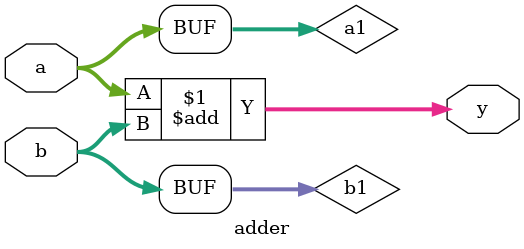
<source format=v>
`timescale 1ns / 1ps

module adder(
	input wire[31:0] a,b,
	output wire signed[31:0] y
    );
	wire signed [31:0]a1 = a;
	wire signed [31:0]b1 = b;
	assign y = a + b;
endmodule

</source>
